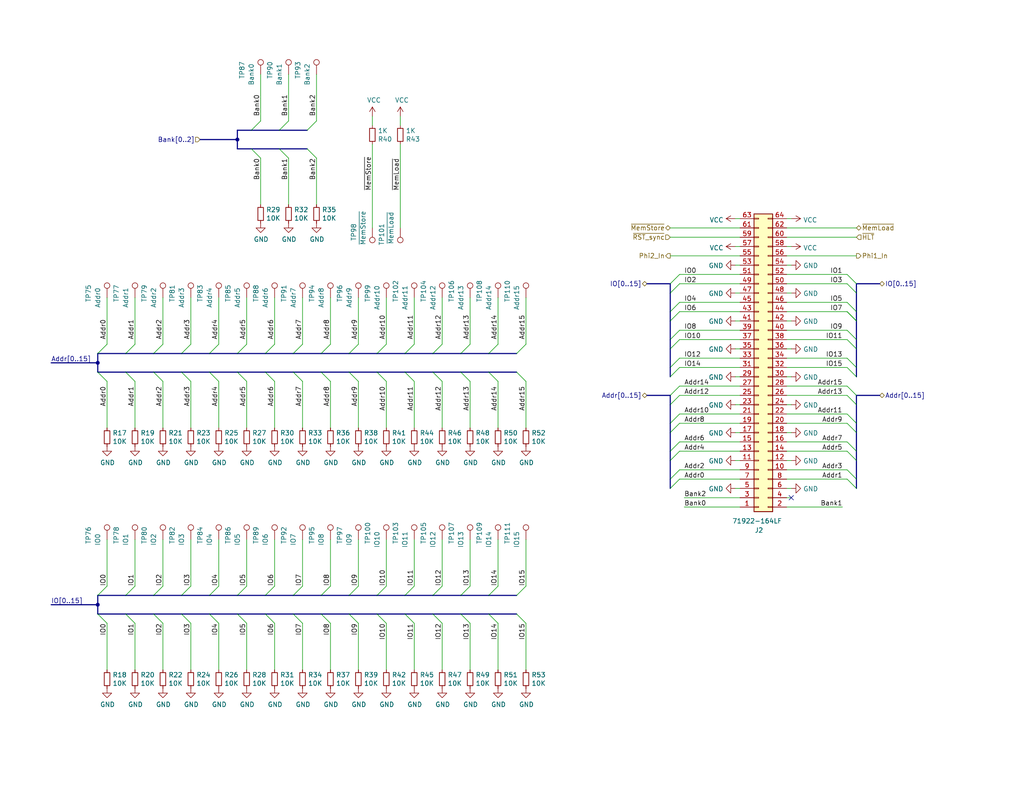
<source format=kicad_sch>
(kicad_sch (version 20230121) (generator eeschema)
  (paper "USLetter")
  (title_block (title "System Bus Connector") (date "2023-11-20") (rev "A") (comment 4 "Peripheral devices on separate boards connect to the system bus here."))
  (junction (at 26.67 165.1))
  (junction (at 64.77 38.1))
  (junction (at 26.67 99.06))
  (no_connect (at 215.9 135.89))
  (bus_entry (at 86.36 43.18) (size -2.54 -2.54))
  (bus_entry (at 128.27 160.02) (size -2.54 2.54))
  (bus_entry (at 59.69 160.02) (size -2.54 2.54))
  (bus_entry (at 135.89 170.18) (size -2.54 -2.54))
  (bus_entry (at 185.42 97.79) (size -2.54 2.54))
  (bus_entry (at 231.14 74.93) (size 2.54 2.54))
  (bus_entry (at 71.12 43.18) (size -2.54 -2.54))
  (bus_entry (at 233.68 125.73) (size -2.54 -2.54))
  (bus_entry (at 185.42 105.41) (size -2.54 2.54))
  (bus_entry (at 78.74 33.02) (size -2.54 2.54))
  (bus_entry (at 90.17 93.98) (size -2.54 2.54))
  (bus_entry (at 233.68 115.57) (size -2.54 -2.54))
  (bus_entry (at 185.42 77.47) (size -2.54 2.54))
  (bus_entry (at 185.42 128.27) (size -2.54 2.54))
  (bus_entry (at 82.55 104.14) (size -2.54 -2.54))
  (bus_entry (at 82.55 93.98) (size -2.54 2.54))
  (bus_entry (at 135.89 93.98) (size -2.54 2.54))
  (bus_entry (at 105.41 160.02) (size -2.54 2.54))
  (bus_entry (at 52.07 170.18) (size -2.54 -2.54))
  (bus_entry (at 36.83 104.14) (size -2.54 -2.54))
  (bus_entry (at 90.17 160.02) (size -2.54 2.54))
  (bus_entry (at 29.21 104.14) (size -2.54 -2.54))
  (bus_entry (at 233.68 118.11) (size -2.54 -2.54))
  (bus_entry (at 97.79 104.14) (size -2.54 -2.54))
  (bus_entry (at 78.74 43.18) (size -2.54 -2.54))
  (bus_entry (at 113.03 160.02) (size -2.54 2.54))
  (bus_entry (at 135.89 104.14) (size -2.54 -2.54))
  (bus_entry (at 97.79 170.18) (size -2.54 -2.54))
  (bus_entry (at 231.14 85.09) (size 2.54 2.54))
  (bus_entry (at 52.07 104.14) (size -2.54 -2.54))
  (bus_entry (at 67.31 160.02) (size -2.54 2.54))
  (bus_entry (at 44.45 104.14) (size -2.54 -2.54))
  (bus_entry (at 44.45 93.98) (size -2.54 2.54))
  (bus_entry (at 67.31 93.98) (size -2.54 2.54))
  (bus_entry (at 97.79 93.98) (size -2.54 2.54))
  (bus_entry (at 29.21 93.98) (size -2.54 2.54))
  (bus_entry (at 113.03 170.18) (size -2.54 -2.54))
  (bus_entry (at 44.45 160.02) (size -2.54 2.54))
  (bus_entry (at 185.42 82.55) (size -2.54 2.54))
  (bus_entry (at 128.27 104.14) (size -2.54 -2.54))
  (bus_entry (at 29.21 160.02) (size -2.54 2.54))
  (bus_entry (at 71.12 33.02) (size -2.54 2.54))
  (bus_entry (at 233.68 130.81) (size -2.54 -2.54))
  (bus_entry (at 231.14 85.09) (size 2.54 2.54))
  (bus_entry (at 233.68 110.49) (size -2.54 -2.54))
  (bus_entry (at 36.83 160.02) (size -2.54 2.54))
  (bus_entry (at 231.14 97.79) (size 2.54 2.54))
  (bus_entry (at 185.42 130.81) (size -2.54 2.54))
  (bus_entry (at 74.93 93.98) (size -2.54 2.54))
  (bus_entry (at 185.42 107.95) (size -2.54 2.54))
  (bus_entry (at 143.51 160.02) (size -2.54 2.54))
  (bus_entry (at 59.69 104.14) (size -2.54 -2.54))
  (bus_entry (at 185.42 100.33) (size -2.54 2.54))
  (bus_entry (at 231.14 82.55) (size 2.54 2.54))
  (bus_entry (at 52.07 93.98) (size -2.54 2.54))
  (bus_entry (at 143.51 93.98) (size -2.54 2.54))
  (bus_entry (at 120.65 160.02) (size -2.54 2.54))
  (bus_entry (at 231.14 90.17) (size 2.54 2.54))
  (bus_entry (at 185.42 113.03) (size -2.54 2.54))
  (bus_entry (at 185.42 92.71) (size -2.54 2.54))
  (bus_entry (at 59.69 93.98) (size -2.54 2.54))
  (bus_entry (at 97.79 160.02) (size -2.54 2.54))
  (bus_entry (at 143.51 170.18) (size -2.54 -2.54))
  (bus_entry (at 185.42 120.65) (size -2.54 2.54))
  (bus_entry (at 74.93 104.14) (size -2.54 -2.54))
  (bus_entry (at 90.17 170.18) (size -2.54 -2.54))
  (bus_entry (at 86.36 33.02) (size -2.54 2.54))
  (bus_entry (at 105.41 104.14) (size -2.54 -2.54))
  (bus_entry (at 233.68 133.35) (size -2.54 -2.54))
  (bus_entry (at 82.55 170.18) (size -2.54 -2.54))
  (bus_entry (at 82.55 160.02) (size -2.54 2.54))
  (bus_entry (at 67.31 104.14) (size -2.54 -2.54))
  (bus_entry (at 128.27 170.18) (size -2.54 -2.54))
  (bus_entry (at 59.69 170.18) (size -2.54 -2.54))
  (bus_entry (at 120.65 104.14) (size -2.54 -2.54))
  (bus_entry (at 231.14 100.33) (size 2.54 2.54))
  (bus_entry (at 44.45 170.18) (size -2.54 -2.54))
  (bus_entry (at 233.68 107.95) (size -2.54 -2.54))
  (bus_entry (at 105.41 170.18) (size -2.54 -2.54))
  (bus_entry (at 185.42 90.17) (size -2.54 2.54))
  (bus_entry (at 231.14 77.47) (size 2.54 2.54))
  (bus_entry (at 185.42 123.19) (size -2.54 2.54))
  (bus_entry (at 185.42 115.57) (size -2.54 2.54))
  (bus_entry (at 231.14 92.71) (size 2.54 2.54))
  (bus_entry (at 135.89 160.02) (size -2.54 2.54))
  (bus_entry (at 233.68 123.19) (size -2.54 -2.54))
  (bus_entry (at 52.07 160.02) (size -2.54 2.54))
  (bus_entry (at 67.31 170.18) (size -2.54 -2.54))
  (bus_entry (at 74.93 160.02) (size -2.54 2.54))
  (bus_entry (at 113.03 104.14) (size -2.54 -2.54))
  (bus_entry (at 128.27 93.98) (size -2.54 2.54))
  (bus_entry (at 36.83 170.18) (size -2.54 -2.54))
  (bus_entry (at 90.17 104.14) (size -2.54 -2.54))
  (bus_entry (at 29.21 170.18) (size -2.54 -2.54))
  (bus_entry (at 185.42 85.09) (size -2.54 2.54))
  (bus_entry (at 120.65 93.98) (size -2.54 2.54))
  (bus_entry (at 105.41 93.98) (size -2.54 2.54))
  (bus_entry (at 36.83 93.98) (size -2.54 2.54))
  (bus_entry (at 113.03 93.98) (size -2.54 2.54))
  (bus_entry (at 185.42 74.93) (size -2.54 2.54))
  (bus_entry (at 143.51 104.14) (size -2.54 -2.54))
  (bus_entry (at 120.65 170.18) (size -2.54 -2.54))
  (bus_entry (at 74.93 170.18) (size -2.54 -2.54))
  (bus (pts (xy 102.87 167.64) (xy 110.49 167.64)))
  (bus (pts (xy 57.15 162.56) (xy 64.77 162.56)))
  (bus (pts (xy 110.49 101.6) (xy 118.11 101.6)))
  (wire (pts (xy 185.42 113.03) (xy 201.93 113.03)))
  (bus (pts (xy 233.68 125.73) (xy 233.68 130.81)))
  (wire (pts (xy 215.9 95.25) (xy 214.63 95.25)))
  (bus (pts (xy 182.88 80.01) (xy 182.88 85.09)))
  (wire (pts (xy 214.63 100.33) (xy 231.14 100.33)))
  (wire (pts (xy 113.03 93.98) (xy 113.03 81.28)))
  (wire (pts (xy 214.63 97.79) (xy 231.14 97.79)))
  (bus (pts (xy 182.88 92.71) (xy 182.88 95.25)))
  (wire (pts (xy 231.14 120.65) (xy 214.63 120.65)))
  (bus (pts (xy 54.61 38.1) (xy 64.77 38.1)))
  (wire (pts (xy 59.69 104.14) (xy 59.69 116.84)))
  (bus (pts (xy 26.67 167.64) (xy 34.29 167.64)))
  (wire (pts (xy 229.87 138.43) (xy 214.63 138.43)))
  (bus (pts (xy 87.63 167.64) (xy 95.25 167.64)))
  (bus (pts (xy 133.35 96.52) (xy 140.97 96.52)))
  (bus (pts (xy 68.58 35.56) (xy 64.77 35.56)))
  (wire (pts (xy 97.79 160.02) (xy 97.79 147.32)))
  (bus (pts (xy 182.88 115.57) (xy 182.88 118.11)))
  (bus (pts (xy 233.68 107.95) (xy 233.68 110.49)))
  (bus (pts (xy 64.77 96.52) (xy 72.39 96.52)))
  (wire (pts (xy 71.12 43.18) (xy 71.12 55.88)))
  (bus (pts (xy 26.67 101.6) (xy 26.67 99.06)))
  (wire (pts (xy 135.89 160.02) (xy 135.89 147.32)))
  (bus (pts (xy 118.11 101.6) (xy 125.73 101.6)))
  (wire (pts (xy 101.6 62.23) (xy 101.6 39.37)))
  (wire (pts (xy 185.42 77.47) (xy 201.93 77.47)))
  (wire (pts (xy 113.03 104.14) (xy 113.03 116.84)))
  (bus (pts (xy 233.68 130.81) (xy 233.68 133.35)))
  (bus (pts (xy 64.77 35.56) (xy 64.77 38.1)))
  (wire (pts (xy 233.68 69.85) (xy 214.63 69.85)))
  (wire (pts (xy 90.17 160.02) (xy 90.17 147.32)))
  (wire (pts (xy 200.66 59.69) (xy 201.93 59.69)))
  (bus (pts (xy 233.68 118.11) (xy 233.68 123.19)))
  (wire (pts (xy 97.79 170.18) (xy 97.79 182.88)))
  (bus (pts (xy 80.01 96.52) (xy 87.63 96.52)))
  (wire (pts (xy 82.55 160.02) (xy 82.55 147.32)))
  (bus (pts (xy 80.01 167.64) (xy 87.63 167.64)))
  (bus (pts (xy 182.88 130.81) (xy 182.88 133.35)))
  (wire (pts (xy 215.9 118.11) (xy 214.63 118.11)))
  (wire (pts (xy 90.17 93.98) (xy 90.17 81.28)))
  (wire (pts (xy 105.41 160.02) (xy 105.41 147.32)))
  (bus (pts (xy 64.77 38.1) (xy 64.77 40.64)))
  (bus (pts (xy 41.91 101.6) (xy 49.53 101.6)))
  (bus (pts (xy 41.91 96.52) (xy 49.53 96.52)))
  (bus (pts (xy 49.53 167.64) (xy 57.15 167.64)))
  (wire (pts (xy 185.42 115.57) (xy 201.93 115.57)))
  (bus (pts (xy 49.53 162.56) (xy 57.15 162.56)))
  (bus (pts (xy 240.03 107.95) (xy 233.68 107.95)))
  (wire (pts (xy 185.42 92.71) (xy 201.93 92.71)))
  (wire (pts (xy 128.27 160.02) (xy 128.27 147.32)))
  (wire (pts (xy 90.17 104.14) (xy 90.17 116.84)))
  (wire (pts (xy 200.66 125.73) (xy 201.93 125.73)))
  (bus (pts (xy 76.2 40.64) (xy 83.82 40.64)))
  (wire (pts (xy 200.66 110.49) (xy 201.93 110.49)))
  (wire (pts (xy 185.42 97.79) (xy 201.93 97.79)))
  (wire (pts (xy 185.42 82.55) (xy 201.93 82.55)))
  (bus (pts (xy 26.67 99.06) (xy 26.67 96.52)))
  (wire (pts (xy 185.42 74.93) (xy 201.93 74.93)))
  (bus (pts (xy 240.03 77.47) (xy 233.68 77.47)))
  (bus (pts (xy 182.88 87.63) (xy 182.88 92.71)))
  (wire (pts (xy 120.65 93.98) (xy 120.65 81.28)))
  (wire (pts (xy 29.21 160.02) (xy 29.21 147.32)))
  (bus (pts (xy 80.01 162.56) (xy 87.63 162.56)))
  (bus (pts (xy 233.68 92.71) (xy 233.68 95.25)))
  (wire (pts (xy 74.93 170.18) (xy 74.93 182.88)))
  (wire (pts (xy 29.21 170.18) (xy 29.21 182.88)))
  (bus (pts (xy 182.88 85.09) (xy 182.88 87.63)))
  (bus (pts (xy 182.88 125.73) (xy 182.88 130.81)))
  (bus (pts (xy 102.87 162.56) (xy 110.49 162.56)))
  (wire (pts (xy 97.79 104.14) (xy 97.79 116.84)))
  (wire (pts (xy 52.07 170.18) (xy 52.07 182.88)))
  (bus (pts (xy 176.53 107.95) (xy 182.88 107.95)))
  (bus (pts (xy 95.25 96.52) (xy 102.87 96.52)))
  (bus (pts (xy 57.15 96.52) (xy 64.77 96.52)))
  (bus (pts (xy 125.73 167.64) (xy 133.35 167.64)))
  (wire (pts (xy 44.45 160.02) (xy 44.45 147.32)))
  (wire (pts (xy 182.88 69.85) (xy 201.93 69.85)))
  (wire (pts (xy 128.27 104.14) (xy 128.27 116.84)))
  (wire (pts (xy 231.14 130.81) (xy 214.63 130.81)))
  (wire (pts (xy 201.93 120.65) (xy 185.42 120.65)))
  (wire (pts (xy 200.66 118.11) (xy 201.93 118.11)))
  (wire (pts (xy 44.45 170.18) (xy 44.45 182.88)))
  (wire (pts (xy 200.66 80.01) (xy 201.93 80.01)))
  (bus (pts (xy 64.77 162.56) (xy 72.39 162.56)))
  (bus (pts (xy 233.68 95.25) (xy 233.68 100.33)))
  (wire (pts (xy 67.31 160.02) (xy 67.31 147.32)))
  (wire (pts (xy 214.63 113.03) (xy 231.14 113.03)))
  (wire (pts (xy 52.07 160.02) (xy 52.07 147.32)))
  (wire (pts (xy 82.55 170.18) (xy 82.55 182.88)))
  (bus (pts (xy 118.11 167.64) (xy 125.73 167.64)))
  (bus (pts (xy 182.88 95.25) (xy 182.88 100.33)))
  (wire (pts (xy 143.51 160.02) (xy 143.51 147.32)))
  (bus (pts (xy 13.97 165.1) (xy 26.67 165.1)))
  (wire (pts (xy 215.9 102.87) (xy 214.63 102.87)))
  (bus (pts (xy 233.68 115.57) (xy 233.68 118.11)))
  (bus (pts (xy 57.15 167.64) (xy 64.77 167.64)))
  (wire (pts (xy 215.9 80.01) (xy 214.63 80.01)))
  (wire (pts (xy 214.63 123.19) (xy 231.14 123.19)))
  (wire (pts (xy 200.66 95.25) (xy 201.93 95.25)))
  (bus (pts (xy 26.67 96.52) (xy 34.29 96.52)))
  (bus (pts (xy 34.29 162.56) (xy 41.91 162.56)))
  (bus (pts (xy 233.68 110.49) (xy 233.68 115.57)))
  (bus (pts (xy 176.53 77.47) (xy 182.88 77.47)))
  (bus (pts (xy 125.73 96.52) (xy 133.35 96.52)))
  (wire (pts (xy 231.14 105.41) (xy 214.63 105.41)))
  (wire (pts (xy 113.03 170.18) (xy 113.03 182.88)))
  (wire (pts (xy 36.83 160.02) (xy 36.83 147.32)))
  (wire (pts (xy 185.42 105.41) (xy 201.93 105.41)))
  (wire (pts (xy 214.63 85.09) (xy 231.14 85.09)))
  (wire (pts (xy 200.66 133.35) (xy 201.93 133.35)))
  (bus (pts (xy 26.67 101.6) (xy 34.29 101.6)))
  (wire (pts (xy 231.14 128.27) (xy 214.63 128.27)))
  (bus (pts (xy 95.25 167.64) (xy 102.87 167.64)))
  (wire (pts (xy 214.63 90.17) (xy 231.14 90.17)))
  (wire (pts (xy 120.65 170.18) (xy 120.65 182.88)))
  (bus (pts (xy 182.88 107.95) (xy 182.88 110.49)))
  (bus (pts (xy 76.2 35.56) (xy 68.58 35.56)))
  (wire (pts (xy 231.14 107.95) (xy 214.63 107.95)))
  (wire (pts (xy 59.69 170.18) (xy 59.69 182.88)))
  (wire (pts (xy 185.42 90.17) (xy 201.93 90.17)))
  (wire (pts (xy 67.31 170.18) (xy 67.31 182.88)))
  (bus (pts (xy 72.39 96.52) (xy 80.01 96.52)))
  (bus (pts (xy 110.49 162.56) (xy 118.11 162.56)))
  (bus (pts (xy 110.49 167.64) (xy 118.11 167.64)))
  (wire (pts (xy 78.74 43.18) (xy 78.74 55.88)))
  (wire (pts (xy 214.63 59.69) (xy 215.9 59.69)))
  (bus (pts (xy 87.63 96.52) (xy 95.25 96.52)))
  (wire (pts (xy 231.14 74.93) (xy 214.63 74.93)))
  (wire (pts (xy 105.41 104.14) (xy 105.41 116.84)))
  (wire (pts (xy 82.55 104.14) (xy 82.55 116.84)))
  (wire (pts (xy 74.93 104.14) (xy 74.93 116.84)))
  (wire (pts (xy 200.66 67.31) (xy 201.93 67.31)))
  (wire (pts (xy 185.42 128.27) (xy 201.93 128.27)))
  (bus (pts (xy 49.53 96.52) (xy 57.15 96.52)))
  (bus (pts (xy 13.97 99.06) (xy 26.67 99.06)))
  (wire (pts (xy 182.88 62.23) (xy 201.93 62.23)))
  (bus (pts (xy 83.82 35.56) (xy 76.2 35.56)))
  (wire (pts (xy 215.9 67.31) (xy 214.63 67.31)))
  (bus (pts (xy 233.68 100.33) (xy 233.68 102.87)))
  (wire (pts (xy 36.83 170.18) (xy 36.83 182.88)))
  (wire (pts (xy 214.63 92.71) (xy 231.14 92.71)))
  (bus (pts (xy 34.29 167.64) (xy 41.91 167.64)))
  (wire (pts (xy 135.89 104.14) (xy 135.89 116.84)))
  (wire (pts (xy 143.51 104.14) (xy 143.51 116.84)))
  (bus (pts (xy 72.39 162.56) (xy 80.01 162.56)))
  (wire (pts (xy 200.66 87.63) (xy 201.93 87.63)))
  (wire (pts (xy 215.9 87.63) (xy 214.63 87.63)))
  (wire (pts (xy 59.69 160.02) (xy 59.69 147.32)))
  (bus (pts (xy 26.67 167.64) (xy 26.67 165.1)))
  (bus (pts (xy 118.11 96.52) (xy 125.73 96.52)))
  (wire (pts (xy 201.93 130.81) (xy 185.42 130.81)))
  (bus (pts (xy 233.68 77.47) (xy 233.68 80.01)))
  (wire (pts (xy 82.55 93.98) (xy 82.55 81.28)))
  (bus (pts (xy 118.11 162.56) (xy 125.73 162.56)))
  (bus (pts (xy 182.88 100.33) (xy 182.88 102.87)))
  (wire (pts (xy 71.12 33.02) (xy 71.12 20.32)))
  (wire (pts (xy 101.6 31.75) (xy 101.6 34.29)))
  (bus (pts (xy 133.35 167.64) (xy 140.97 167.64)))
  (wire (pts (xy 36.83 104.14) (xy 36.83 116.84)))
  (bus (pts (xy 34.29 101.6) (xy 41.91 101.6)))
  (wire (pts (xy 97.79 93.98) (xy 97.79 81.28)))
  (wire (pts (xy 143.51 93.98) (xy 143.51 81.28)))
  (bus (pts (xy 72.39 101.6) (xy 80.01 101.6)))
  (wire (pts (xy 128.27 170.18) (xy 128.27 182.88)))
  (wire (pts (xy 128.27 93.98) (xy 128.27 81.28)))
  (bus (pts (xy 34.29 96.52) (xy 41.91 96.52)))
  (wire (pts (xy 109.22 31.75) (xy 109.22 34.29)))
  (wire (pts (xy 201.93 64.77) (xy 182.88 64.77)))
  (bus (pts (xy 102.87 96.52) (xy 110.49 96.52)))
  (wire (pts (xy 215.9 135.89) (xy 214.63 135.89)))
  (wire (pts (xy 113.03 160.02) (xy 113.03 147.32)))
  (bus (pts (xy 64.77 101.6) (xy 72.39 101.6)))
  (bus (pts (xy 182.88 110.49) (xy 182.88 115.57)))
  (bus (pts (xy 87.63 101.6) (xy 95.25 101.6)))
  (bus (pts (xy 133.35 162.56) (xy 140.97 162.56)))
  (wire (pts (xy 67.31 104.14) (xy 67.31 116.84)))
  (wire (pts (xy 120.65 160.02) (xy 120.65 147.32)))
  (wire (pts (xy 233.68 62.23) (xy 214.63 62.23)))
  (bus (pts (xy 125.73 101.6) (xy 133.35 101.6)))
  (wire (pts (xy 44.45 93.98) (xy 44.45 81.28)))
  (wire (pts (xy 215.9 125.73) (xy 214.63 125.73)))
  (bus (pts (xy 110.49 96.52) (xy 118.11 96.52)))
  (wire (pts (xy 200.66 102.87) (xy 201.93 102.87)))
  (wire (pts (xy 185.42 123.19) (xy 201.93 123.19)))
  (bus (pts (xy 41.91 167.64) (xy 49.53 167.64)))
  (wire (pts (xy 201.93 107.95) (xy 185.42 107.95)))
  (bus (pts (xy 233.68 87.63) (xy 233.68 92.71)))
  (bus (pts (xy 49.53 101.6) (xy 57.15 101.6)))
  (bus (pts (xy 72.39 167.64) (xy 80.01 167.64)))
  (bus (pts (xy 57.15 101.6) (xy 64.77 101.6)))
  (wire (pts (xy 74.93 93.98) (xy 74.93 81.28)))
  (bus (pts (xy 233.68 85.09) (xy 233.68 87.63)))
  (bus (pts (xy 233.68 80.01) (xy 233.68 85.09)))
  (bus (pts (xy 26.67 165.1) (xy 26.67 162.56)))
  (wire (pts (xy 86.36 43.18) (xy 86.36 55.88)))
  (wire (pts (xy 231.14 115.57) (xy 214.63 115.57)))
  (bus (pts (xy 102.87 101.6) (xy 110.49 101.6)))
  (bus (pts (xy 64.77 167.64) (xy 72.39 167.64)))
  (wire (pts (xy 135.89 170.18) (xy 135.89 182.88)))
  (bus (pts (xy 133.35 101.6) (xy 140.97 101.6)))
  (bus (pts (xy 80.01 101.6) (xy 87.63 101.6)))
  (wire (pts (xy 143.51 170.18) (xy 143.51 182.88)))
  (bus (pts (xy 95.25 101.6) (xy 102.87 101.6)))
  (wire (pts (xy 36.83 93.98) (xy 36.83 81.28)))
  (wire (pts (xy 215.9 72.39) (xy 214.63 72.39)))
  (wire (pts (xy 185.42 100.33) (xy 201.93 100.33)))
  (wire (pts (xy 214.63 82.55) (xy 231.14 82.55)))
  (wire (pts (xy 44.45 104.14) (xy 44.45 116.84)))
  (bus (pts (xy 41.91 162.56) (xy 49.53 162.56)))
  (wire (pts (xy 109.22 62.23) (xy 109.22 39.37)))
  (wire (pts (xy 231.14 77.47) (xy 214.63 77.47)))
  (wire (pts (xy 105.41 93.98) (xy 105.41 81.28)))
  (wire (pts (xy 120.65 104.14) (xy 120.65 116.84)))
  (wire (pts (xy 135.89 93.98) (xy 135.89 81.28)))
  (wire (pts (xy 67.31 93.98) (xy 67.31 81.28)))
  (bus (pts (xy 26.67 162.56) (xy 34.29 162.56)))
  (wire (pts (xy 29.21 93.98) (xy 29.21 81.28)))
  (wire (pts (xy 52.07 93.98) (xy 52.07 81.28)))
  (wire (pts (xy 233.68 64.77) (xy 214.63 64.77)))
  (wire (pts (xy 105.41 170.18) (xy 105.41 182.88)))
  (bus (pts (xy 182.88 118.11) (xy 182.88 123.19)))
  (wire (pts (xy 86.36 33.02) (xy 86.36 20.32)))
  (wire (pts (xy 185.42 85.09) (xy 201.93 85.09)))
  (wire (pts (xy 90.17 170.18) (xy 90.17 182.88)))
  (bus (pts (xy 95.25 162.56) (xy 102.87 162.56)))
  (bus (pts (xy 87.63 162.56) (xy 95.25 162.56)))
  (bus (pts (xy 68.58 40.64) (xy 76.2 40.64)))
  (bus (pts (xy 125.73 162.56) (xy 133.35 162.56)))
  (wire (pts (xy 52.07 104.14) (xy 52.07 116.84)))
  (wire (pts (xy 215.9 133.35) (xy 214.63 133.35)))
  (wire (pts (xy 29.21 104.14) (xy 29.21 116.84)))
  (wire (pts (xy 215.9 110.49) (xy 214.63 110.49)))
  (wire (pts (xy 78.74 33.02) (xy 78.74 20.32)))
  (wire (pts (xy 186.69 135.89) (xy 201.93 135.89)))
  (wire (pts (xy 59.69 93.98) (xy 59.69 81.28)))
  (bus (pts (xy 182.88 77.47) (xy 182.88 80.01)))
  (bus (pts (xy 182.88 123.19) (xy 182.88 125.73)))
  (bus (pts (xy 233.68 123.19) (xy 233.68 125.73)))
  (wire (pts (xy 200.66 72.39) (xy 201.93 72.39)))
  (wire (pts (xy 74.93 160.02) (xy 74.93 147.32)))
  (bus (pts (xy 64.77 40.64) (xy 68.58 40.64)))
  (wire (pts (xy 186.69 138.43) (xy 201.93 138.43)))
  (label "Addr8" (at 90.17 92.71 90))
  (label "Addr0" (at 29.21 105.41 270))
  (label "Bank0" (at 186.69 138.43 0))
  (label "IO5" (at 67.31 170.18 270))
  (label "Addr10" (at 105.41 105.41 270))
  (label "Addr13" (at 128.27 92.71 90))
  (label "IO11" (at 113.03 160.02 90))
  (label "Bank1" (at 229.87 138.43 180))
  (label "IO0" (at 29.21 170.18 270))
  (label "Addr13" (at 229.87 107.95 180))
  (label "Addr15" (at 143.51 92.71 90))
  (label "IO9" (at 97.79 170.18 270))
  (label "Addr15" (at 143.51 105.41 270))
  (label "Bank0" (at 71.12 43.18 270))
  (label "Bank2" (at 86.36 31.75 90))
  (label "Addr2" (at 44.45 105.41 270))
  (label "Addr5" (at 67.31 105.41 270))
  (label "IO1" (at 36.83 160.02 90))
  (label "Addr13" (at 128.27 105.41 270))
  (label "Addr7" (at 82.55 92.71 90))
  (label "Addr3" (at 52.07 92.71 90))
  (label "Addr10" (at 105.41 92.71 90))
  (label "Addr11" (at 113.03 105.41 270))
  (label "Addr6" (at 74.93 92.71 90))
  (label "IO8" (at 90.17 170.18 270))
  (label "Addr4" (at 186.69 123.19 0))
  (label "IO10" (at 186.69 92.71 0))
  (label "IO6" (at 186.69 85.09 0))
  (label "IO15" (at 143.51 170.18 270))
  (label "IO6" (at 74.93 170.18 270))
  (label "Addr4" (at 59.69 105.41 270))
  (label "Bank2" (at 186.69 135.89 0))
  (label "IO7" (at 82.55 160.02 90))
  (label "Addr14" (at 135.89 105.41 270))
  (label "Addr8" (at 186.69 115.57 0))
  (label "Addr7" (at 229.87 120.65 180))
  (label "IO7" (at 229.87 85.09 180))
  (label "Addr3" (at 52.07 105.41 270))
  (label "Addr7" (at 82.55 105.41 270))
  (label "Addr1" (at 229.87 130.81 180))
  (label "Addr6" (at 74.93 105.41 270))
  (label "IO7" (at 82.55 170.18 270))
  (label "Addr5" (at 229.87 123.19 180))
  (label "IO1" (at 36.83 170.18 270))
  (label "IO0" (at 186.69 74.93 0))
  (label "IO0" (at 29.21 160.02 90))
  (label "Addr15" (at 229.87 105.41 180))
  (label "~{MemStore}" (at 101.6 52.07 90))
  (label "Addr14" (at 186.69 105.41 0))
  (label "Addr9" (at 229.87 115.57 180))
  (label "IO13" (at 128.27 170.18 270))
  (label "IO11" (at 113.03 170.18 270))
  (label "IO5" (at 229.87 82.55 180))
  (label "Addr9" (at 97.79 105.41 270))
  (label "Addr5" (at 67.31 92.71 90))
  (label "IO6" (at 74.93 160.02 90))
  (label "IO9" (at 97.79 160.02 90))
  (label "IO4" (at 59.69 160.02 90))
  (label "IO15" (at 229.87 100.33 180))
  (label "Addr12" (at 186.69 107.95 0))
  (label "IO12" (at 120.65 160.02 90))
  (label "Addr0" (at 186.69 130.81 0))
  (label "IO2" (at 186.69 77.47 0))
  (label "IO9" (at 229.87 90.17 180))
  (label "IO14" (at 135.89 160.02 90))
  (label "IO11" (at 229.87 92.71 180))
  (label "Bank1" (at 78.74 43.18 270))
  (label "Addr2" (at 44.45 92.71 90))
  (label "IO2" (at 44.45 160.02 90))
  (label "IO10" (at 105.41 170.18 270))
  (label "Addr8" (at 90.17 105.41 270))
  (label "Addr6" (at 186.69 120.65 0))
  (label "IO3" (at 52.07 160.02 90))
  (label "Addr12" (at 120.65 92.71 90))
  (label "IO13" (at 229.87 97.79 180))
  (label "Addr4" (at 59.69 92.71 90))
  (label "Addr11" (at 113.03 92.71 90))
  (label "IO10" (at 105.41 160.02 90))
  (label "IO4" (at 186.69 82.55 0))
  (label "IO3" (at 229.87 77.47 180))
  (label "IO8" (at 186.69 90.17 0))
  (label "Addr14" (at 135.89 92.71 90))
  (label "~{MemLoad}" (at 109.22 52.07 90))
  (label "IO14" (at 186.69 100.33 0))
  (label "Bank2" (at 86.36 43.18 270))
  (label "Addr12" (at 120.65 105.41 270))
  (label "Addr[0..15]" (at 13.97 99.06 0))
  (label "IO15" (at 143.51 160.02 90))
  (label "Addr0" (at 29.21 92.71 90))
  (label "IO4" (at 59.69 170.18 270))
  (label "Addr10" (at 186.69 113.03 0))
  (label "IO2" (at 44.45 170.18 270))
  (label "IO8" (at 90.17 160.02 90))
  (label "Bank0" (at 71.12 31.75 90))
  (label "IO14" (at 135.89 170.18 270))
  (label "Addr3" (at 229.87 128.27 180))
  (label "IO12" (at 120.65 170.18 270))
  (label "IO5" (at 67.31 160.02 90))
  (label "IO[0..15]" (at 13.97 165.1 0))
  (label "Addr1" (at 36.83 92.71 90))
  (label "IO3" (at 52.07 170.18 270))
  (label "IO12" (at 186.69 97.79 0))
  (label "Bank1" (at 78.74 31.75 90))
  (label "Addr2" (at 186.69 128.27 0))
  (label "Addr1" (at 36.83 105.41 270))
  (label "Addr11" (at 229.87 113.03 180))
  (label "Addr9" (at 97.79 92.71 90))
  (label "IO1" (at 229.87 74.93 180))
  (label "IO13" (at 128.27 160.02 90))
  (hierarchical_label "~{MemStore}" (shape tri_state) (at 182.88 62.23 180))
  (hierarchical_label "Bank[0..2]" (shape input) (at 54.61 38.1 180))
  (hierarchical_label "~{RST_sync}" (shape input) (at 182.88 64.77 180))
  (hierarchical_label "~{HLT}" (shape input) (at 233.68 64.77 0))
  (hierarchical_label "IO[0..15]" (shape tri_state) (at 240.03 77.47 0))
  (hierarchical_label "Addr[0..15]" (shape tri_state) (at 176.53 107.95 180))
  (hierarchical_label "~{MemLoad}" (shape tri_state) (at 233.68 62.23 0))
  (hierarchical_label "IO[0..15]" (shape tri_state) (at 176.53 77.47 180))
  (hierarchical_label "Addr[0..15]" (shape tri_state) (at 240.03 107.95 0))
  (hierarchical_label "Phi1_In" (shape output) (at 233.68 69.85 0))
  (hierarchical_label "Phi2_In" (shape output) (at 182.88 69.85 180))
  (symbol (lib_id "Connector_Generic:Conn_02x32_Odd_Even") (at 207.01 100.33 0) (mirror x) (unit 1)
    (property "Reference" "J2" (at 208.28 144.78 0) (effects (justify right)))
    (property "Value" "71922-164LF" (at 213.36 142.24 0) (effects (justify right)))
    (property "Footprint" "Connector_IDC:IDC-Header_2x32_P2.54mm_Horizontal" (effects hide))
    (property "Mouser" "https://www.mouser.com/ProductDetail/Amphenol-FCI/71922-164LF?qs=sGAEpiMZZMtXHE36kCvv3%2FocQ30y1qC0" (effects hide))
  )
  (symbol (lib_id "power:GND") (at 215.9 133.35 90) (mirror x) (unit 1)
    (property "Reference" "#PWR0453" (effects hide))
    (property "Value" "GND" (at 219.1512 133.477 90) (effects (justify right)))
  )
  (symbol (lib_id "power:GND") (at 215.9 80.01 90) (mirror x) (unit 1)
    (property "Reference" "#PWR0446" (effects hide))
    (property "Value" "GND" (at 219.1512 80.137 90) (effects (justify right)))
  )
  (symbol (lib_id "power:GND") (at 200.66 80.01 270) (unit 1)
    (property "Reference" "#PWR0435" (effects hide))
    (property "Value" "GND" (at 197.4088 80.137 90) (effects (justify right)))
  )
  (symbol (lib_id "power:VCC") (at 215.9 59.69 270) (unit 1)
    (property "Reference" "#PWR0443" (effects hide))
    (property "Value" "VCC" (at 219.1512 60.071 90) (effects (justify left)))
  )
  (symbol (lib_id "power:VCC") (at 200.66 59.69 90) (mirror x) (unit 1)
    (property "Reference" "#PWR0432" (effects hide))
    (property "Value" "VCC" (at 197.4342 60.071 90) (effects (justify left)))
  )
  (symbol (lib_id "power:GND") (at 71.12 60.96 0) (unit 1)
    (property "Reference" "#PWR0407" (effects hide))
    (property "Value" "GND" (at 71.247 65.3542 0))
  )
  (symbol (lib_id "power:GND") (at 78.74 60.96 0) (unit 1)
    (property "Reference" "#PWR0410" (effects hide))
    (property "Value" "GND" (at 78.867 65.3542 0))
  )
  (symbol (lib_id "power:GND") (at 86.36 60.96 0) (unit 1)
    (property "Reference" "#PWR0413" (effects hide))
    (property "Value" "GND" (at 86.487 65.3542 0))
  )
  (symbol (lib_id "Device:R_Small") (at 71.12 58.42 0) (unit 1)
    (property "Reference" "R29" (at 72.6186 57.2516 0) (effects (justify left)))
    (property "Value" "10K" (at 72.6186 59.563 0) (effects (justify left)))
    (property "Footprint" "Resistor_SMD:R_0603_1608Metric_Pad0.98x0.95mm_HandSolder" (effects hide))
    (property "Mouser" "https://www.mouser.com/ProductDetail/652-CR0603FX-1002ELF" (effects hide))
  )
  (symbol (lib_id "Device:R_Small") (at 78.74 58.42 0) (unit 1)
    (property "Reference" "R32" (at 80.2386 57.2516 0) (effects (justify left)))
    (property "Value" "10K" (at 80.2386 59.563 0) (effects (justify left)))
    (property "Footprint" "Resistor_SMD:R_0603_1608Metric_Pad0.98x0.95mm_HandSolder" (effects hide))
    (property "Mouser" "https://www.mouser.com/ProductDetail/652-CR0603FX-1002ELF" (effects hide))
  )
  (symbol (lib_id "Device:R_Small") (at 86.36 58.42 0) (unit 1)
    (property "Reference" "R35" (at 87.8586 57.2516 0) (effects (justify left)))
    (property "Value" "10K" (at 87.8586 59.563 0) (effects (justify left)))
    (property "Footprint" "Resistor_SMD:R_0603_1608Metric_Pad0.98x0.95mm_HandSolder" (effects hide))
    (property "Mouser" "https://www.mouser.com/ProductDetail/652-CR0603FX-1002ELF" (effects hide))
  )
  (symbol (lib_id "power:GND") (at 200.66 118.11 270) (unit 1)
    (property "Reference" "#PWR0440" (effects hide))
    (property "Value" "GND" (at 197.4088 118.237 90) (effects (justify right)))
  )
  (symbol (lib_id "power:GND") (at 200.66 133.35 270) (unit 1)
    (property "Reference" "#PWR0442" (effects hide))
    (property "Value" "GND" (at 197.4088 133.477 90) (effects (justify right)))
  )
  (symbol (lib_id "power:GND") (at 200.66 110.49 270) (unit 1)
    (property "Reference" "#PWR0439" (effects hide))
    (property "Value" "GND" (at 197.4088 110.617 90) (effects (justify right)))
  )
  (symbol (lib_id "power:GND") (at 215.9 87.63 90) (mirror x) (unit 1)
    (property "Reference" "#PWR0447" (effects hide))
    (property "Value" "GND" (at 219.1512 87.757 90) (effects (justify right)))
  )
  (symbol (lib_id "power:GND") (at 200.66 87.63 270) (unit 1)
    (property "Reference" "#PWR0436" (effects hide))
    (property "Value" "GND" (at 197.4088 87.757 90) (effects (justify right)))
  )
  (symbol (lib_id "power:GND") (at 200.66 125.73 270) (unit 1)
    (property "Reference" "#PWR0441" (effects hide))
    (property "Value" "GND" (at 197.4088 125.857 90) (effects (justify right)))
  )
  (symbol (lib_id "power:GND") (at 215.9 110.49 90) (mirror x) (unit 1)
    (property "Reference" "#PWR0450" (effects hide))
    (property "Value" "GND" (at 219.1512 110.617 90) (effects (justify right)))
  )
  (symbol (lib_id "power:GND") (at 215.9 118.11 90) (mirror x) (unit 1)
    (property "Reference" "#PWR0451" (effects hide))
    (property "Value" "GND" (at 219.1512 118.237 90) (effects (justify right)))
  )
  (symbol (lib_id "power:GND") (at 215.9 125.73 90) (mirror x) (unit 1)
    (property "Reference" "#PWR0452" (effects hide))
    (property "Value" "GND" (at 219.1512 125.857 90) (effects (justify right)))
  )
  (symbol (lib_id "power:GND") (at 200.66 72.39 270) (unit 1)
    (property "Reference" "#PWR0434" (effects hide))
    (property "Value" "GND" (at 197.4088 72.517 90) (effects (justify right)))
  )
  (symbol (lib_id "power:GND") (at 215.9 72.39 90) (mirror x) (unit 1)
    (property "Reference" "#PWR0445" (effects hide))
    (property "Value" "GND" (at 219.1512 72.517 90) (effects (justify right)))
  )
  (symbol (lib_id "power:GND") (at 200.66 95.25 270) (unit 1)
    (property "Reference" "#PWR0437" (effects hide))
    (property "Value" "GND" (at 197.4088 95.377 90) (effects (justify right)))
  )
  (symbol (lib_id "power:GND") (at 200.66 102.87 270) (unit 1)
    (property "Reference" "#PWR0438" (effects hide))
    (property "Value" "GND" (at 197.4088 102.997 90) (effects (justify right)))
  )
  (symbol (lib_id "power:GND") (at 215.9 95.25 90) (mirror x) (unit 1)
    (property "Reference" "#PWR0448" (effects hide))
    (property "Value" "GND" (at 219.1512 95.377 90) (effects (justify right)))
  )
  (symbol (lib_id "power:GND") (at 215.9 102.87 90) (mirror x) (unit 1)
    (property "Reference" "#PWR0449" (effects hide))
    (property "Value" "GND" (at 219.1512 102.997 90) (effects (justify right)))
  )
  (symbol (lib_id "power:GND") (at 36.83 187.96 0) (unit 1)
    (property "Reference" "#PWR0398" (effects hide))
    (property "Value" "GND" (at 36.957 192.3542 0))
  )
  (symbol (lib_id "Device:R_Small") (at 44.45 119.38 0) (unit 1)
    (property "Reference" "R21" (at 45.9486 118.2116 0) (effects (justify left)))
    (property "Value" "10K" (at 45.9486 120.523 0) (effects (justify left)))
    (property "Footprint" "Resistor_SMD:R_0603_1608Metric_Pad0.98x0.95mm_HandSolder" (effects hide))
    (property "Mouser" "https://www.mouser.com/ProductDetail/652-CR0603FX-1002ELF" (effects hide))
  )
  (symbol (lib_id "Connector:TestPoint") (at 135.89 81.28 0) (unit 1)
    (property "Reference" "TP108" (at 130.81 82.55 90) (effects (justify left)))
    (property "Value" "Addr14" (at 133.35 81.28 90))
    (property "Footprint" "TestPoint:TestPoint_Pad_D1.0mm" (effects hide))
  )
  (symbol (lib_id "Device:R_Small") (at 113.03 185.42 0) (unit 1)
    (property "Reference" "R45" (at 114.5286 184.2516 0) (effects (justify left)))
    (property "Value" "10K" (at 114.5286 186.563 0) (effects (justify left)))
    (property "Footprint" "Resistor_SMD:R_0603_1608Metric_Pad0.98x0.95mm_HandSolder" (effects hide))
    (property "Mouser" "https://www.mouser.com/ProductDetail/652-CR0603FX-1002ELF" (effects hide))
  )
  (symbol (lib_id "power:GND") (at 97.79 187.96 0) (unit 1)
    (property "Reference" "#PWR0417" (effects hide))
    (property "Value" "GND" (at 97.917 192.3542 0))
  )
  (symbol (lib_id "Connector:TestPoint") (at 74.93 147.32 0) (unit 1)
    (property "Reference" "TP89" (at 69.85 148.59 90) (effects (justify left)))
    (property "Value" "IO6" (at 72.39 147.32 90))
    (property "Footprint" "TestPoint:TestPoint_Pad_D1.0mm" (effects hide))
  )
  (symbol (lib_id "Connector:TestPoint") (at 52.07 147.32 0) (unit 1)
    (property "Reference" "TP82" (at 46.99 148.59 90) (effects (justify left)))
    (property "Value" "IO3" (at 49.53 147.32 90))
    (property "Footprint" "TestPoint:TestPoint_Pad_D1.0mm" (effects hide))
  )
  (symbol (lib_id "power:GND") (at 120.65 187.96 0) (unit 1)
    (property "Reference" "#PWR0425" (effects hide))
    (property "Value" "GND" (at 120.777 192.3542 0))
  )
  (symbol (lib_id "Device:R_Small") (at 59.69 185.42 0) (unit 1)
    (property "Reference" "R26" (at 61.1886 184.2516 0) (effects (justify left)))
    (property "Value" "10K" (at 61.1886 186.563 0) (effects (justify left)))
    (property "Footprint" "Resistor_SMD:R_0603_1608Metric_Pad0.98x0.95mm_HandSolder" (effects hide))
    (property "Mouser" "https://www.mouser.com/ProductDetail/652-CR0603FX-1002ELF" (effects hide))
  )
  (symbol (lib_id "Connector:TestPoint") (at 128.27 81.28 0) (unit 1)
    (property "Reference" "TP106" (at 123.19 82.55 90) (effects (justify left)))
    (property "Value" "Addr13" (at 125.73 81.28 90))
    (property "Footprint" "TestPoint:TestPoint_Pad_D1.0mm" (effects hide))
  )
  (symbol (lib_id "Connector:TestPoint") (at 113.03 147.32 0) (unit 1)
    (property "Reference" "TP103" (at 107.95 148.59 90) (effects (justify left)))
    (property "Value" "IO11" (at 110.49 147.32 90))
    (property "Footprint" "TestPoint:TestPoint_Pad_D1.0mm" (effects hide))
  )
  (symbol (lib_id "Connector:TestPoint") (at 101.6 62.23 0) (mirror x) (unit 1)
    (property "Reference" "TP98" (at 96.52 60.96 90) (effects (justify left)))
    (property "Value" "~{MemStore}" (at 99.06 62.23 90))
    (property "Footprint" "TestPoint:TestPoint_Pad_D1.0mm" (effects hide))
  )
  (symbol (lib_id "power:GND") (at 105.41 121.92 0) (unit 1)
    (property "Reference" "#PWR0419" (effects hide))
    (property "Value" "GND" (at 105.537 126.3142 0))
  )
  (symbol (lib_id "power:GND") (at 82.55 187.96 0) (unit 1)
    (property "Reference" "#PWR0412" (effects hide))
    (property "Value" "GND" (at 82.677 192.3542 0))
  )
  (symbol (lib_id "power:GND") (at 29.21 187.96 0) (unit 1)
    (property "Reference" "#PWR0396" (effects hide))
    (property "Value" "GND" (at 29.337 192.3542 0))
  )
  (symbol (lib_id "power:VCC") (at 109.22 31.75 0) (unit 1)
    (property "Reference" "#PWR0421" (effects hide))
    (property "Value" "VCC" (at 109.6518 27.3558 0))
  )
  (symbol (lib_id "Connector:TestPoint") (at 97.79 81.28 0) (unit 1)
    (property "Reference" "TP96" (at 92.71 82.55 90) (effects (justify left)))
    (property "Value" "Addr9" (at 95.25 81.28 90))
    (property "Footprint" "TestPoint:TestPoint_Pad_D1.0mm" (effects hide))
  )
  (symbol (lib_id "power:GND") (at 67.31 121.92 0) (unit 1)
    (property "Reference" "#PWR0405" (effects hide))
    (property "Value" "GND" (at 67.437 126.3142 0))
  )
  (symbol (lib_id "Connector:TestPoint") (at 78.74 20.32 0) (unit 1)
    (property "Reference" "TP90" (at 73.66 21.59 90) (effects (justify left)))
    (property "Value" "Bank1" (at 76.2 20.32 90))
    (property "Footprint" "TestPoint:TestPoint_Pad_D1.0mm" (effects hide))
  )
  (symbol (lib_id "Connector:TestPoint") (at 120.65 147.32 0) (unit 1)
    (property "Reference" "TP105" (at 115.57 148.59 90) (effects (justify left)))
    (property "Value" "IO12" (at 118.11 147.32 90))
    (property "Footprint" "TestPoint:TestPoint_Pad_D1.0mm" (effects hide))
  )
  (symbol (lib_id "Connector:TestPoint") (at 59.69 81.28 0) (unit 1)
    (property "Reference" "TP83" (at 54.61 82.55 90) (effects (justify left)))
    (property "Value" "Addr4" (at 57.15 81.28 90))
    (property "Footprint" "TestPoint:TestPoint_Pad_D1.0mm" (effects hide))
  )
  (symbol (lib_id "power:GND") (at 44.45 121.92 0) (unit 1)
    (property "Reference" "#PWR0399" (effects hide))
    (property "Value" "GND" (at 44.577 126.3142 0))
  )
  (symbol (lib_id "Device:R_Small") (at 105.41 119.38 0) (unit 1)
    (property "Reference" "R41" (at 106.9086 118.2116 0) (effects (justify left)))
    (property "Value" "10K" (at 106.9086 120.523 0) (effects (justify left)))
    (property "Footprint" "Resistor_SMD:R_0603_1608Metric_Pad0.98x0.95mm_HandSolder" (effects hide))
    (property "Mouser" "https://www.mouser.com/ProductDetail/652-CR0603FX-1002ELF" (effects hide))
  )
  (symbol (lib_id "power:GND") (at 113.03 121.92 0) (unit 1)
    (property "Reference" "#PWR0422" (effects hide))
    (property "Value" "GND" (at 113.157 126.3142 0))
  )
  (symbol (lib_id "Connector:TestPoint") (at 90.17 81.28 0) (unit 1)
    (property "Reference" "TP94" (at 85.09 82.55 90) (effects (justify left)))
    (property "Value" "Addr8" (at 87.63 81.28 90))
    (property "Footprint" "TestPoint:TestPoint_Pad_D1.0mm" (effects hide))
  )
  (symbol (lib_id "power:VCC") (at 215.9 67.31 270) (unit 1)
    (property "Reference" "#PWR0444" (effects hide))
    (property "Value" "VCC" (at 219.1512 67.691 90) (effects (justify left)))
  )
  (symbol (lib_id "Device:R_Small") (at 44.45 185.42 0) (unit 1)
    (property "Reference" "R22" (at 45.9486 184.2516 0) (effects (justify left)))
    (property "Value" "10K" (at 45.9486 186.563 0) (effects (justify left)))
    (property "Footprint" "Resistor_SMD:R_0603_1608Metric_Pad0.98x0.95mm_HandSolder" (effects hide))
    (property "Mouser" "https://www.mouser.com/ProductDetail/652-CR0603FX-1002ELF" (effects hide))
  )
  (symbol (lib_id "Device:R_Small") (at 128.27 185.42 0) (unit 1)
    (property "Reference" "R49" (at 129.7686 184.2516 0) (effects (justify left)))
    (property "Value" "10K" (at 129.7686 186.563 0) (effects (justify left)))
    (property "Footprint" "Resistor_SMD:R_0603_1608Metric_Pad0.98x0.95mm_HandSolder" (effects hide))
    (property "Mouser" "https://www.mouser.com/ProductDetail/652-CR0603FX-1002ELF" (effects hide))
  )
  (symbol (lib_id "power:GND") (at 128.27 121.92 0) (unit 1)
    (property "Reference" "#PWR0426" (effects hide))
    (property "Value" "GND" (at 128.397 126.3142 0))
  )
  (symbol (lib_id "power:GND") (at 67.31 187.96 0) (unit 1)
    (property "Reference" "#PWR0406" (effects hide))
    (property "Value" "GND" (at 67.437 192.3542 0))
  )
  (symbol (lib_id "Device:R_Small") (at 59.69 119.38 0) (unit 1)
    (property "Reference" "R25" (at 61.1886 118.2116 0) (effects (justify left)))
    (property "Value" "10K" (at 61.1886 120.523 0) (effects (justify left)))
    (property "Footprint" "Resistor_SMD:R_0603_1608Metric_Pad0.98x0.95mm_HandSolder" (effects hide))
    (property "Mouser" "https://www.mouser.com/ProductDetail/652-CR0603FX-1002ELF" (effects hide))
  )
  (symbol (lib_id "Connector:TestPoint") (at 52.07 81.28 0) (unit 1)
    (property "Reference" "TP81" (at 46.99 82.55 90) (effects (justify left)))
    (property "Value" "Addr3" (at 49.53 81.28 90))
    (property "Footprint" "TestPoint:TestPoint_Pad_D1.0mm" (effects hide))
  )
  (symbol (lib_id "Connector:TestPoint") (at 86.36 20.32 0) (unit 1)
    (property "Reference" "TP93" (at 81.28 21.59 90) (effects (justify left)))
    (property "Value" "Bank2" (at 83.82 20.32 90))
    (property "Footprint" "TestPoint:TestPoint_Pad_D1.0mm" (effects hide))
  )
  (symbol (lib_id "Device:R_Small") (at 90.17 119.38 0) (unit 1)
    (property "Reference" "R36" (at 91.6686 118.2116 0) (effects (justify left)))
    (property "Value" "10K" (at 91.6686 120.523 0) (effects (justify left)))
    (property "Footprint" "Resistor_SMD:R_0603_1608Metric_Pad0.98x0.95mm_HandSolder" (effects hide))
    (property "Mouser" "https://www.mouser.com/ProductDetail/652-CR0603FX-1002ELF" (effects hide))
  )
  (symbol (lib_id "power:GND") (at 143.51 121.92 0) (unit 1)
    (property "Reference" "#PWR0430" (effects hide))
    (property "Value" "GND" (at 143.637 126.3142 0))
  )
  (symbol (lib_id "Device:R_Small") (at 97.79 185.42 0) (unit 1)
    (property "Reference" "R39" (at 99.2886 184.2516 0) (effects (justify left)))
    (property "Value" "10K" (at 99.2886 186.563 0) (effects (justify left)))
    (property "Footprint" "Resistor_SMD:R_0603_1608Metric_Pad0.98x0.95mm_HandSolder" (effects hide))
    (property "Mouser" "https://www.mouser.com/ProductDetail/652-CR0603FX-1002ELF" (effects hide))
  )
  (symbol (lib_id "Connector:TestPoint") (at 36.83 147.32 0) (unit 1)
    (property "Reference" "TP78" (at 31.75 148.59 90) (effects (justify left)))
    (property "Value" "IO1" (at 34.29 147.32 90))
    (property "Footprint" "TestPoint:TestPoint_Pad_D1.0mm" (effects hide))
  )
  (symbol (lib_id "Connector:TestPoint") (at 44.45 147.32 0) (unit 1)
    (property "Reference" "TP80" (at 39.37 148.59 90) (effects (justify left)))
    (property "Value" "IO2" (at 41.91 147.32 90))
    (property "Footprint" "TestPoint:TestPoint_Pad_D1.0mm" (effects hide))
  )
  (symbol (lib_id "power:GND") (at 120.65 121.92 0) (unit 1)
    (property "Reference" "#PWR0424" (effects hide))
    (property "Value" "GND" (at 120.777 126.3142 0))
  )
  (symbol (lib_id "Connector:TestPoint") (at 128.27 147.32 0) (unit 1)
    (property "Reference" "TP107" (at 123.19 148.59 90) (effects (justify left)))
    (property "Value" "IO13" (at 125.73 147.32 90))
    (property "Footprint" "TestPoint:TestPoint_Pad_D1.0mm" (effects hide))
  )
  (symbol (lib_id "Connector:TestPoint") (at 82.55 81.28 0) (unit 1)
    (property "Reference" "TP91" (at 77.47 82.55 90) (effects (justify left)))
    (property "Value" "Addr7" (at 80.01 81.28 90))
    (property "Footprint" "TestPoint:TestPoint_Pad_D1.0mm" (effects hide))
  )
  (symbol (lib_id "Connector:TestPoint") (at 109.22 62.23 0) (mirror x) (unit 1)
    (property "Reference" "TP101" (at 104.14 60.96 90) (effects (justify left)))
    (property "Value" "~{MemLoad}" (at 106.68 62.23 90))
    (property "Footprint" "TestPoint:TestPoint_Pad_D1.0mm" (effects hide))
  )
  (symbol (lib_id "Connector:TestPoint") (at 143.51 147.32 0) (unit 1)
    (property "Reference" "TP111" (at 138.43 148.59 90) (effects (justify left)))
    (property "Value" "IO15" (at 140.97 147.32 90))
    (property "Footprint" "TestPoint:TestPoint_Pad_D1.0mm" (effects hide))
  )
  (symbol (lib_id "Device:R_Small") (at 74.93 119.38 0) (unit 1)
    (property "Reference" "R30" (at 76.4286 118.2116 0) (effects (justify left)))
    (property "Value" "10K" (at 76.4286 120.523 0) (effects (justify left)))
    (property "Footprint" "Resistor_SMD:R_0603_1608Metric_Pad0.98x0.95mm_HandSolder" (effects hide))
    (property "Mouser" "https://www.mouser.com/ProductDetail/652-CR0603FX-1002ELF" (effects hide))
  )
  (symbol (lib_id "Device:R_Small") (at 113.03 119.38 0) (unit 1)
    (property "Reference" "R44" (at 114.5286 118.2116 0) (effects (justify left)))
    (property "Value" "10K" (at 114.5286 120.523 0) (effects (justify left)))
    (property "Footprint" "Resistor_SMD:R_0603_1608Metric_Pad0.98x0.95mm_HandSolder" (effects hide))
    (property "Mouser" "https://www.mouser.com/ProductDetail/652-CR0603FX-1002ELF" (effects hide))
  )
  (symbol (lib_id "power:GND") (at 113.03 187.96 0) (unit 1)
    (property "Reference" "#PWR0423" (effects hide))
    (property "Value" "GND" (at 113.157 192.3542 0))
  )
  (symbol (lib_id "Connector:TestPoint") (at 113.03 81.28 0) (unit 1)
    (property "Reference" "TP102" (at 107.95 82.55 90) (effects (justify left)))
    (property "Value" "Addr11" (at 110.49 81.28 90))
    (property "Footprint" "TestPoint:TestPoint_Pad_D1.0mm" (effects hide))
  )
  (symbol (lib_id "Device:R_Small") (at 74.93 185.42 0) (unit 1)
    (property "Reference" "R31" (at 76.4286 184.2516 0) (effects (justify left)))
    (property "Value" "10K" (at 76.4286 186.563 0) (effects (justify left)))
    (property "Footprint" "Resistor_SMD:R_0603_1608Metric_Pad0.98x0.95mm_HandSolder" (effects hide))
    (property "Mouser" "https://www.mouser.com/ProductDetail/652-CR0603FX-1002ELF" (effects hide))
  )
  (symbol (lib_id "Device:R_Small") (at 135.89 185.42 0) (unit 1)
    (property "Reference" "R51" (at 137.3886 184.2516 0) (effects (justify left)))
    (property "Value" "10K" (at 137.3886 186.563 0) (effects (justify left)))
    (property "Footprint" "Resistor_SMD:R_0603_1608Metric_Pad0.98x0.95mm_HandSolder" (effects hide))
    (property "Mouser" "https://www.mouser.com/ProductDetail/652-CR0603FX-1002ELF" (effects hide))
  )
  (symbol (lib_id "Connector:TestPoint") (at 29.21 147.32 0) (unit 1)
    (property "Reference" "TP76" (at 24.13 148.59 90) (effects (justify left)))
    (property "Value" "IO0" (at 26.67 147.32 90))
    (property "Footprint" "TestPoint:TestPoint_Pad_D1.0mm" (effects hide))
  )
  (symbol (lib_id "Connector:TestPoint") (at 97.79 147.32 0) (unit 1)
    (property "Reference" "TP97" (at 92.71 148.59 90) (effects (justify left)))
    (property "Value" "IO9" (at 95.25 147.32 90))
    (property "Footprint" "TestPoint:TestPoint_Pad_D1.0mm" (effects hide))
  )
  (symbol (lib_id "Connector:TestPoint") (at 105.41 81.28 0) (unit 1)
    (property "Reference" "TP99" (at 100.33 82.55 90) (effects (justify left)))
    (property "Value" "Addr10" (at 102.87 81.28 90))
    (property "Footprint" "TestPoint:TestPoint_Pad_D1.0mm" (effects hide))
  )
  (symbol (lib_id "power:GND") (at 74.93 121.92 0) (unit 1)
    (property "Reference" "#PWR0408" (effects hide))
    (property "Value" "GND" (at 75.057 126.3142 0))
  )
  (symbol (lib_id "power:GND") (at 82.55 121.92 0) (unit 1)
    (property "Reference" "#PWR0411" (effects hide))
    (property "Value" "GND" (at 82.677 126.3142 0))
  )
  (symbol (lib_id "Device:R_Small") (at 82.55 119.38 0) (unit 1)
    (property "Reference" "R33" (at 84.0486 118.2116 0) (effects (justify left)))
    (property "Value" "10K" (at 84.0486 120.523 0) (effects (justify left)))
    (property "Footprint" "Resistor_SMD:R_0603_1608Metric_Pad0.98x0.95mm_HandSolder" (effects hide))
    (property "Mouser" "https://www.mouser.com/ProductDetail/652-CR0603FX-1002ELF" (effects hide))
  )
  (symbol (lib_id "Connector:TestPoint") (at 74.93 81.28 0) (unit 1)
    (property "Reference" "TP88" (at 69.85 82.55 90) (effects (justify left)))
    (property "Value" "Addr6" (at 72.39 81.28 90))
    (property "Footprint" "TestPoint:TestPoint_Pad_D1.0mm" (effects hide))
  )
  (symbol (lib_id "Device:R_Small") (at 29.21 185.42 0) (unit 1)
    (property "Reference" "R18" (at 30.7086 184.2516 0) (effects (justify left)))
    (property "Value" "10K" (at 30.7086 186.563 0) (effects (justify left)))
    (property "Footprint" "Resistor_SMD:R_0603_1608Metric_Pad0.98x0.95mm_HandSolder" (effects hide))
    (property "Mouser" "https://www.mouser.com/ProductDetail/652-CR0603FX-1002ELF" (effects hide))
  )
  (symbol (lib_id "power:VCC") (at 101.6 31.75 0) (unit 1)
    (property "Reference" "#PWR0418" (effects hide))
    (property "Value" "VCC" (at 102.0318 27.3558 0))
  )
  (symbol (lib_id "Device:R_Small") (at 52.07 185.42 0) (unit 1)
    (property "Reference" "R24" (at 53.5686 184.2516 0) (effects (justify left)))
    (property "Value" "10K" (at 53.5686 186.563 0) (effects (justify left)))
    (property "Footprint" "Resistor_SMD:R_0603_1608Metric_Pad0.98x0.95mm_HandSolder" (effects hide))
    (property "Mouser" "https://www.mouser.com/ProductDetail/652-CR0603FX-1002ELF" (effects hide))
  )
  (symbol (lib_id "Device:R_Small") (at 67.31 185.42 0) (unit 1)
    (property "Reference" "R28" (at 68.8086 184.2516 0) (effects (justify left)))
    (property "Value" "10K" (at 68.8086 186.563 0) (effects (justify left)))
    (property "Footprint" "Resistor_SMD:R_0603_1608Metric_Pad0.98x0.95mm_HandSolder" (effects hide))
    (property "Mouser" "https://www.mouser.com/ProductDetail/652-CR0603FX-1002ELF" (effects hide))
  )
  (symbol (lib_id "Device:R_Small") (at 52.07 119.38 0) (unit 1)
    (property "Reference" "R23" (at 53.5686 118.2116 0) (effects (justify left)))
    (property "Value" "10K" (at 53.5686 120.523 0) (effects (justify left)))
    (property "Footprint" "Resistor_SMD:R_0603_1608Metric_Pad0.98x0.95mm_HandSolder" (effects hide))
    (property "Mouser" "https://www.mouser.com/ProductDetail/652-CR0603FX-1002ELF" (effects hide))
  )
  (symbol (lib_id "Device:R_Small") (at 105.41 185.42 0) (unit 1)
    (property "Reference" "R42" (at 106.9086 184.2516 0) (effects (justify left)))
    (property "Value" "10K" (at 106.9086 186.563 0) (effects (justify left)))
    (property "Footprint" "Resistor_SMD:R_0603_1608Metric_Pad0.98x0.95mm_HandSolder" (effects hide))
    (property "Mouser" "https://www.mouser.com/ProductDetail/652-CR0603FX-1002ELF" (effects hide))
  )
  (symbol (lib_id "power:GND") (at 59.69 121.92 0) (unit 1)
    (property "Reference" "#PWR0403" (effects hide))
    (property "Value" "GND" (at 59.817 126.3142 0))
  )
  (symbol (lib_id "Connector:TestPoint") (at 135.89 147.32 0) (unit 1)
    (property "Reference" "TP109" (at 130.81 148.59 90) (effects (justify left)))
    (property "Value" "IO14" (at 133.35 147.32 90))
    (property "Footprint" "TestPoint:TestPoint_Pad_D1.0mm" (effects hide))
  )
  (symbol (lib_id "Device:R_Small") (at 120.65 119.38 0) (unit 1)
    (property "Reference" "R46" (at 122.1486 118.2116 0) (effects (justify left)))
    (property "Value" "10K" (at 122.1486 120.523 0) (effects (justify left)))
    (property "Footprint" "Resistor_SMD:R_0603_1608Metric_Pad0.98x0.95mm_HandSolder" (effects hide))
    (property "Mouser" "https://www.mouser.com/ProductDetail/652-CR0603FX-1002ELF" (effects hide))
  )
  (symbol (lib_id "Connector:TestPoint") (at 82.55 147.32 0) (unit 1)
    (property "Reference" "TP92" (at 77.47 148.59 90) (effects (justify left)))
    (property "Value" "IO7" (at 80.01 147.32 90))
    (property "Footprint" "TestPoint:TestPoint_Pad_D1.0mm" (effects hide))
  )
  (symbol (lib_id "power:GND") (at 59.69 187.96 0) (unit 1)
    (property "Reference" "#PWR0404" (effects hide))
    (property "Value" "GND" (at 59.817 192.3542 0))
  )
  (symbol (lib_id "Device:R_Small") (at 36.83 185.42 0) (unit 1)
    (property "Reference" "R20" (at 38.3286 184.2516 0) (effects (justify left)))
    (property "Value" "10K" (at 38.3286 186.563 0) (effects (justify left)))
    (property "Footprint" "Resistor_SMD:R_0603_1608Metric_Pad0.98x0.95mm_HandSolder" (effects hide))
    (property "Mouser" "https://www.mouser.com/ProductDetail/652-CR0603FX-1002ELF" (effects hide))
  )
  (symbol (lib_id "Device:R_Small") (at 109.22 36.83 0) (mirror x) (unit 1)
    (property "Reference" "R43" (at 110.7186 37.9984 0) (effects (justify left)))
    (property "Value" "1K" (at 110.7186 35.687 0) (effects (justify left)))
    (property "Footprint" "Resistor_SMD:R_0603_1608Metric_Pad0.98x0.95mm_HandSolder" (effects hide))
    (property "Mouser" "https://www.mouser.com/ProductDetail/652-CR0603FX-1002ELF" (effects hide))
  )
  (symbol (lib_id "Device:R_Small") (at 36.83 119.38 0) (unit 1)
    (property "Reference" "R19" (at 38.3286 118.2116 0) (effects (justify left)))
    (property "Value" "10K" (at 38.3286 120.523 0) (effects (justify left)))
    (property "Footprint" "Resistor_SMD:R_0603_1608Metric_Pad0.98x0.95mm_HandSolder" (effects hide))
    (property "Mouser" "https://www.mouser.com/ProductDetail/652-CR0603FX-1002ELF" (effects hide))
  )
  (symbol (lib_id "Device:R_Small") (at 67.31 119.38 0) (unit 1)
    (property "Reference" "R27" (at 68.8086 118.2116 0) (effects (justify left)))
    (property "Value" "10K" (at 68.8086 120.523 0) (effects (justify left)))
    (property "Footprint" "Resistor_SMD:R_0603_1608Metric_Pad0.98x0.95mm_HandSolder" (effects hide))
    (property "Mouser" "https://www.mouser.com/ProductDetail/652-CR0603FX-1002ELF" (effects hide))
  )
  (symbol (lib_id "power:GND") (at 44.45 187.96 0) (unit 1)
    (property "Reference" "#PWR0400" (effects hide))
    (property "Value" "GND" (at 44.577 192.3542 0))
  )
  (symbol (lib_id "power:GND") (at 128.27 187.96 0) (unit 1)
    (property "Reference" "#PWR0427" (effects hide))
    (property "Value" "GND" (at 128.397 192.3542 0))
  )
  (symbol (lib_id "Connector:TestPoint") (at 120.65 81.28 0) (unit 1)
    (property "Reference" "TP104" (at 115.57 82.55 90) (effects (justify left)))
    (property "Value" "Addr12" (at 118.11 81.28 90))
    (property "Footprint" "TestPoint:TestPoint_Pad_D1.0mm" (effects hide))
  )
  (symbol (lib_id "Connector:TestPoint") (at 59.69 147.32 0) (unit 1)
    (property "Reference" "TP84" (at 54.61 148.59 90) (effects (justify left)))
    (property "Value" "IO4" (at 57.15 147.32 90))
    (property "Footprint" "TestPoint:TestPoint_Pad_D1.0mm" (effects hide))
  )
  (symbol (lib_id "Device:R_Small") (at 97.79 119.38 0) (unit 1)
    (property "Reference" "R38" (at 99.2886 118.2116 0) (effects (justify left)))
    (property "Value" "10K" (at 99.2886 120.523 0) (effects (justify left)))
    (property "Footprint" "Resistor_SMD:R_0603_1608Metric_Pad0.98x0.95mm_HandSolder" (effects hide))
    (property "Mouser" "https://www.mouser.com/ProductDetail/652-CR0603FX-1002ELF" (effects hide))
  )
  (symbol (lib_id "Device:R_Small") (at 101.6 36.83 0) (mirror x) (unit 1)
    (property "Reference" "R40" (at 103.0986 37.9984 0) (effects (justify left)))
    (property "Value" "1K" (at 103.0986 35.687 0) (effects (justify left)))
    (property "Footprint" "Resistor_SMD:R_0603_1608Metric_Pad0.98x0.95mm_HandSolder" (effects hide))
    (property "Mouser" "https://www.mouser.com/ProductDetail/652-CR0603FX-1002ELF" (effects hide))
  )
  (symbol (lib_id "power:GND") (at 135.89 187.96 0) (unit 1)
    (property "Reference" "#PWR0429" (effects hide))
    (property "Value" "GND" (at 136.017 192.3542 0))
  )
  (symbol (lib_id "power:GND") (at 143.51 187.96 0) (unit 1)
    (property "Reference" "#PWR0431" (effects hide))
    (property "Value" "GND" (at 143.637 192.3542 0))
  )
  (symbol (lib_id "Device:R_Small") (at 82.55 185.42 0) (unit 1)
    (property "Reference" "R34" (at 84.0486 184.2516 0) (effects (justify left)))
    (property "Value" "10K" (at 84.0486 186.563 0) (effects (justify left)))
    (property "Footprint" "Resistor_SMD:R_0603_1608Metric_Pad0.98x0.95mm_HandSolder" (effects hide))
    (property "Mouser" "https://www.mouser.com/ProductDetail/652-CR0603FX-1002ELF" (effects hide))
  )
  (symbol (lib_id "Connector:TestPoint") (at 143.51 81.28 0) (unit 1)
    (property "Reference" "TP110" (at 138.43 82.55 90) (effects (justify left)))
    (property "Value" "Addr15" (at 140.97 81.28 90))
    (property "Footprint" "TestPoint:TestPoint_Pad_D1.0mm" (effects hide))
  )
  (symbol (lib_id "Device:R_Small") (at 143.51 185.42 0) (unit 1)
    (property "Reference" "R53" (at 145.0086 184.2516 0) (effects (justify left)))
    (property "Value" "10K" (at 145.0086 186.563 0) (effects (justify left)))
    (property "Footprint" "Resistor_SMD:R_0603_1608Metric_Pad0.98x0.95mm_HandSolder" (effects hide))
    (property "Mouser" "https://www.mouser.com/ProductDetail/652-CR0603FX-1002ELF" (effects hide))
  )
  (symbol (lib_id "power:GND") (at 105.41 187.96 0) (unit 1)
    (property "Reference" "#PWR0420" (effects hide))
    (property "Value" "GND" (at 105.537 192.3542 0))
  )
  (symbol (lib_id "Device:R_Small") (at 29.21 119.38 0) (unit 1)
    (property "Reference" "R17" (at 30.7086 118.2116 0) (effects (justify left)))
    (property "Value" "10K" (at 30.7086 120.523 0) (effects (justify left)))
    (property "Footprint" "Resistor_SMD:R_0603_1608Metric_Pad0.98x0.95mm_HandSolder" (effects hide))
    (property "Mouser" "https://www.mouser.com/ProductDetail/652-CR0603FX-1002ELF" (effects hide))
  )
  (symbol (lib_id "power:GND") (at 90.17 121.92 0) (unit 1)
    (property "Reference" "#PWR0414" (effects hide))
    (property "Value" "GND" (at 90.297 126.3142 0))
  )
  (symbol (lib_id "power:GND") (at 52.07 121.92 0) (unit 1)
    (property "Reference" "#PWR0401" (effects hide))
    (property "Value" "GND" (at 52.197 126.3142 0))
  )
  (symbol (lib_id "power:GND") (at 36.83 121.92 0) (unit 1)
    (property "Reference" "#PWR0397" (effects hide))
    (property "Value" "GND" (at 36.957 126.3142 0))
  )
  (symbol (lib_id "Connector:TestPoint") (at 29.21 81.28 0) (unit 1)
    (property "Reference" "TP75" (at 24.13 82.55 90) (effects (justify left)))
    (property "Value" "Addr0" (at 26.67 81.28 90))
    (property "Footprint" "TestPoint:TestPoint_Pad_D1.0mm" (effects hide))
  )
  (symbol (lib_id "Device:R_Small") (at 90.17 185.42 0) (unit 1)
    (property "Reference" "R37" (at 91.6686 184.2516 0) (effects (justify left)))
    (property "Value" "10K" (at 91.6686 186.563 0) (effects (justify left)))
    (property "Footprint" "Resistor_SMD:R_0603_1608Metric_Pad0.98x0.95mm_HandSolder" (effects hide))
    (property "Mouser" "https://www.mouser.com/ProductDetail/652-CR0603FX-1002ELF" (effects hide))
  )
  (symbol (lib_id "power:GND") (at 135.89 121.92 0) (unit 1)
    (property "Reference" "#PWR0428" (effects hide))
    (property "Value" "GND" (at 136.017 126.3142 0))
  )
  (symbol (lib_id "Connector:TestPoint") (at 44.45 81.28 0) (unit 1)
    (property "Reference" "TP79" (at 39.37 82.55 90) (effects (justify left)))
    (property "Value" "Addr2" (at 41.91 81.28 90))
    (property "Footprint" "TestPoint:TestPoint_Pad_D1.0mm" (effects hide))
  )
  (symbol (lib_id "Device:R_Small") (at 143.51 119.38 0) (unit 1)
    (property "Reference" "R52" (at 145.0086 118.2116 0) (effects (justify left)))
    (property "Value" "10K" (at 145.0086 120.523 0) (effects (justify left)))
    (property "Footprint" "Resistor_SMD:R_0603_1608Metric_Pad0.98x0.95mm_HandSolder" (effects hide))
    (property "Mouser" "https://www.mouser.com/ProductDetail/652-CR0603FX-1002ELF" (effects hide))
  )
  (symbol (lib_id "Connector:TestPoint") (at 67.31 147.32 0) (unit 1)
    (property "Reference" "TP86" (at 62.23 148.59 90) (effects (justify left)))
    (property "Value" "IO5" (at 64.77 147.32 90))
    (property "Footprint" "TestPoint:TestPoint_Pad_D1.0mm" (effects hide))
  )
  (symbol (lib_id "Connector:TestPoint") (at 36.83 81.28 0) (unit 1)
    (property "Reference" "TP77" (at 31.75 82.55 90) (effects (justify left)))
    (property "Value" "Addr1" (at 34.29 81.28 90))
    (property "Footprint" "TestPoint:TestPoint_Pad_D1.0mm" (effects hide))
  )
  (symbol (lib_id "Connector:TestPoint") (at 105.41 147.32 0) (unit 1)
    (property "Reference" "TP100" (at 100.33 148.59 90) (effects (justify left)))
    (property "Value" "IO10" (at 102.87 147.32 90))
    (property "Footprint" "TestPoint:TestPoint_Pad_D1.0mm" (effects hide))
  )
  (symbol (lib_id "power:GND") (at 74.93 187.96 0) (unit 1)
    (property "Reference" "#PWR0409" (effects hide))
    (property "Value" "GND" (at 75.057 192.3542 0))
  )
  (symbol (lib_id "Device:R_Small") (at 135.89 119.38 0) (unit 1)
    (property "Reference" "R50" (at 137.3886 118.2116 0) (effects (justify left)))
    (property "Value" "10K" (at 137.3886 120.523 0) (effects (justify left)))
    (property "Footprint" "Resistor_SMD:R_0603_1608Metric_Pad0.98x0.95mm_HandSolder" (effects hide))
    (property "Mouser" "https://www.mouser.com/ProductDetail/652-CR0603FX-1002ELF" (effects hide))
  )
  (symbol (lib_id "power:GND") (at 52.07 187.96 0) (unit 1)
    (property "Reference" "#PWR0402" (effects hide))
    (property "Value" "GND" (at 52.197 192.3542 0))
  )
  (symbol (lib_id "power:GND") (at 97.79 121.92 0) (unit 1)
    (property "Reference" "#PWR0416" (effects hide))
    (property "Value" "GND" (at 97.917 126.3142 0))
  )
  (symbol (lib_id "power:GND") (at 90.17 187.96 0) (unit 1)
    (property "Reference" "#PWR0415" (effects hide))
    (property "Value" "GND" (at 90.297 192.3542 0))
  )
  (symbol (lib_id "power:VCC") (at 200.66 67.31 90) (mirror x) (unit 1)
    (property "Reference" "#PWR0433" (effects hide))
    (property "Value" "VCC" (at 197.4342 67.691 90) (effects (justify left)))
  )
  (symbol (lib_id "Device:R_Small") (at 128.27 119.38 0) (unit 1)
    (property "Reference" "R48" (at 129.7686 118.2116 0) (effects (justify left)))
    (property "Value" "10K" (at 129.7686 120.523 0) (effects (justify left)))
    (property "Footprint" "Resistor_SMD:R_0603_1608Metric_Pad0.98x0.95mm_HandSolder" (effects hide))
    (property "Mouser" "https://www.mouser.com/ProductDetail/652-CR0603FX-1002ELF" (effects hide))
  )
  (symbol (lib_id "power:GND") (at 29.21 121.92 0) (unit 1)
    (property "Reference" "#PWR0395" (effects hide))
    (property "Value" "GND" (at 29.337 126.3142 0))
  )
  (symbol (lib_id "Connector:TestPoint") (at 71.12 20.32 0) (unit 1)
    (property "Reference" "TP87" (at 66.04 21.59 90) (effects (justify left)))
    (property "Value" "Bank0" (at 68.58 20.32 90))
    (property "Footprint" "TestPoint:TestPoint_Pad_D1.0mm" (effects hide))
  )
  (symbol (lib_id "Connector:TestPoint") (at 67.31 81.28 0) (unit 1)
    (property "Reference" "TP85" (at 62.23 82.55 90) (effects (justify left)))
    (property "Value" "Addr5" (at 64.77 81.28 90))
    (property "Footprint" "TestPoint:TestPoint_Pad_D1.0mm" (effects hide))
  )
  (symbol (lib_id "Connector:TestPoint") (at 90.17 147.32 0) (unit 1)
    (property "Reference" "TP95" (at 85.09 148.59 90) (effects (justify left)))
    (property "Value" "IO8" (at 87.63 147.32 90))
    (property "Footprint" "TestPoint:TestPoint_Pad_D1.0mm" (effects hide))
  )
  (symbol (lib_id "Device:R_Small") (at 120.65 185.42 0) (unit 1)
    (property "Reference" "R47" (at 122.1486 184.2516 0) (effects (justify left)))
    (property "Value" "10K" (at 122.1486 186.563 0) (effects (justify left)))
    (property "Footprint" "Resistor_SMD:R_0603_1608Metric_Pad0.98x0.95mm_HandSolder" (effects hide))
    (property "Mouser" "https://www.mouser.com/ProductDetail/652-CR0603FX-1002ELF" (effects hide))
  )
)
</source>
